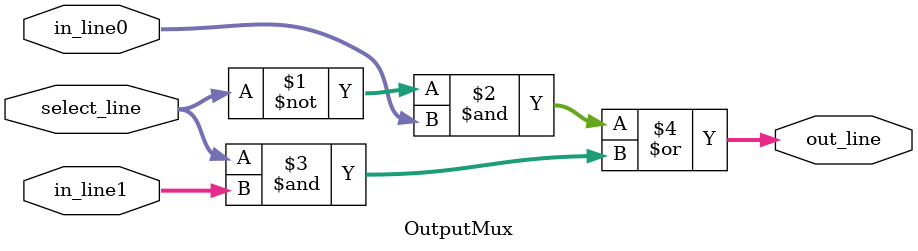
<source format=v>
/**
 * Output multiplexer:
 * - for each of the input bus lines has two inputs and a selector input
 * - each bit of the selector input toggles between the two corresponding BUS line bits
 * - the inputs, outputs and selector bits are organized in WIDTH wide lines
**/

module OutputMux # (

	// parameters
	parameter WIDTH = 4
) (

	// inputs
	input wire [WIDTH-1:0] in_line0,
	input wire [WIDTH-1:0] in_line1,
	input wire [WIDTH-1:0] select_line,
	
	// outputs
	output wire [WIDTH-1:0] out_line
);

	// multiplexer logic (bitwise selection)
	assign out_line = (~select_line & in_line0) | (select_line & in_line1);

endmodule
</source>
